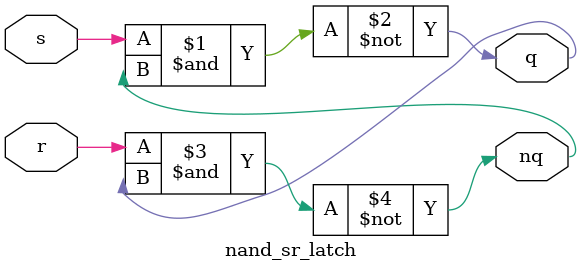
<source format=v>
`timescale 1ns / 1ps

module nand_sr_latch(s, r, q, nq);
    input s, r;
    output q, nq;
    
    nand(q, s, nq);
    nand(nq, r, q);
    
endmodule

</source>
